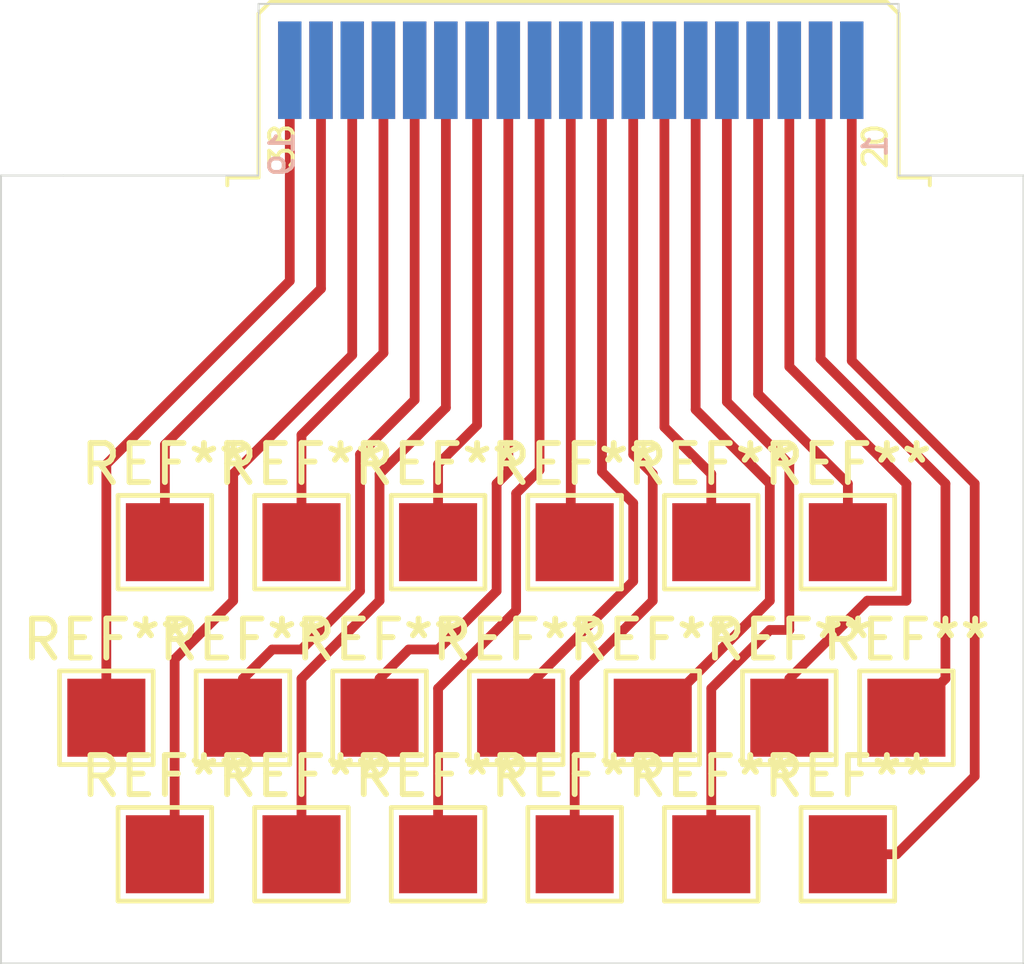
<source format=kicad_pcb>
(kicad_pcb (version 20171130) (host pcbnew "(5.1.9-0-10_14)")

  (general
    (thickness 1.6)
    (drawings 10)
    (tracks 86)
    (zones 0)
    (modules 20)
    (nets 1)
  )

  (page A4)
  (layers
    (0 F.Cu signal)
    (31 B.Cu signal hide)
    (32 B.Adhes user hide)
    (33 F.Adhes user hide)
    (34 B.Paste user hide)
    (35 F.Paste user hide)
    (36 B.SilkS user hide)
    (37 F.SilkS user hide)
    (38 B.Mask user hide)
    (39 F.Mask user hide)
    (40 Dwgs.User user hide)
    (41 Cmts.User user hide)
    (42 Eco1.User user hide)
    (43 Eco2.User user hide)
    (44 Edge.Cuts user)
    (45 Margin user hide)
    (46 B.CrtYd user hide)
    (47 F.CrtYd user hide)
    (48 B.Fab user hide)
    (49 F.Fab user hide)
  )

  (setup
    (last_trace_width 0.25)
    (trace_clearance 0.2)
    (zone_clearance 0.508)
    (zone_45_only no)
    (trace_min 0.2)
    (via_size 0.8)
    (via_drill 0.4)
    (via_min_size 0.4)
    (via_min_drill 0.3)
    (uvia_size 0.3)
    (uvia_drill 0.1)
    (uvias_allowed no)
    (uvia_min_size 0.2)
    (uvia_min_drill 0.1)
    (edge_width 0.05)
    (segment_width 0.2)
    (pcb_text_width 0.3)
    (pcb_text_size 1.5 1.5)
    (mod_edge_width 0.12)
    (mod_text_size 1 1)
    (mod_text_width 0.15)
    (pad_size 1.524 1.524)
    (pad_drill 0.762)
    (pad_to_mask_clearance 0)
    (aux_axis_origin 0 0)
    (visible_elements FFFFFF7F)
    (pcbplotparams
      (layerselection 0x010fc_ffffffff)
      (usegerberextensions false)
      (usegerberattributes true)
      (usegerberadvancedattributes true)
      (creategerberjobfile true)
      (excludeedgelayer true)
      (linewidth 0.100000)
      (plotframeref false)
      (viasonmask false)
      (mode 1)
      (useauxorigin false)
      (hpglpennumber 1)
      (hpglpenspeed 20)
      (hpglpendiameter 15.000000)
      (psnegative false)
      (psa4output false)
      (plotreference true)
      (plotvalue true)
      (plotinvisibletext false)
      (padsonsilk false)
      (subtractmaskfromsilk false)
      (outputformat 1)
      (mirror false)
      (drillshape 1)
      (scaleselection 1)
      (outputdirectory ""))
  )

  (net 0 "")

  (net_class Default "This is the default net class."
    (clearance 0.2)
    (trace_width 0.25)
    (via_dia 0.8)
    (via_drill 0.4)
    (uvia_dia 0.3)
    (uvia_drill 0.1)
  )

  (module TestPoint:TestPoint_Pad_2.0x2.0mm (layer F.Cu) (tedit 5A0F774F) (tstamp 60A89AEC)
    (at 129 84.5)
    (descr "SMD rectangular pad as test Point, square 2.0mm side length")
    (tags "test point SMD pad rectangle square")
    (attr virtual)
    (fp_text reference REF** (at 0 -1.998) (layer F.SilkS)
      (effects (font (size 1 1) (thickness 0.15)))
    )
    (fp_text value TestPoint_Pad_2.0x2.0mm (at 0 2.05) (layer F.Fab)
      (effects (font (size 1 1) (thickness 0.15)))
    )
    (fp_text user %R (at 0 -2) (layer F.Fab)
      (effects (font (size 1 1) (thickness 0.15)))
    )
    (fp_line (start -1.2 -1.2) (end 1.2 -1.2) (layer F.SilkS) (width 0.12))
    (fp_line (start 1.2 -1.2) (end 1.2 1.2) (layer F.SilkS) (width 0.12))
    (fp_line (start 1.2 1.2) (end -1.2 1.2) (layer F.SilkS) (width 0.12))
    (fp_line (start -1.2 1.2) (end -1.2 -1.2) (layer F.SilkS) (width 0.12))
    (fp_line (start -1.5 -1.5) (end 1.5 -1.5) (layer F.CrtYd) (width 0.05))
    (fp_line (start -1.5 -1.5) (end -1.5 1.5) (layer F.CrtYd) (width 0.05))
    (fp_line (start 1.5 1.5) (end 1.5 -1.5) (layer F.CrtYd) (width 0.05))
    (fp_line (start 1.5 1.5) (end -1.5 1.5) (layer F.CrtYd) (width 0.05))
    (pad 1 smd rect (at 0 0) (size 2 2) (layers F.Cu F.Mask))
  )

  (module TestPoint:TestPoint_Pad_2.0x2.0mm (layer F.Cu) (tedit 5A0F774F) (tstamp 60A89A8E)
    (at 124 88)
    (descr "SMD rectangular pad as test Point, square 2.0mm side length")
    (tags "test point SMD pad rectangle square")
    (attr virtual)
    (fp_text reference REF** (at 0 -1.998) (layer F.SilkS)
      (effects (font (size 1 1) (thickness 0.15)))
    )
    (fp_text value TestPoint_Pad_2.0x2.0mm (at 0 2.05) (layer F.Fab)
      (effects (font (size 1 1) (thickness 0.15)))
    )
    (fp_line (start 1.5 1.5) (end -1.5 1.5) (layer F.CrtYd) (width 0.05))
    (fp_line (start 1.5 1.5) (end 1.5 -1.5) (layer F.CrtYd) (width 0.05))
    (fp_line (start -1.5 -1.5) (end -1.5 1.5) (layer F.CrtYd) (width 0.05))
    (fp_line (start -1.5 -1.5) (end 1.5 -1.5) (layer F.CrtYd) (width 0.05))
    (fp_line (start -1.2 1.2) (end -1.2 -1.2) (layer F.SilkS) (width 0.12))
    (fp_line (start 1.2 1.2) (end -1.2 1.2) (layer F.SilkS) (width 0.12))
    (fp_line (start 1.2 -1.2) (end 1.2 1.2) (layer F.SilkS) (width 0.12))
    (fp_line (start -1.2 -1.2) (end 1.2 -1.2) (layer F.SilkS) (width 0.12))
    (fp_text user %R (at 0 -2) (layer F.Fab)
      (effects (font (size 1 1) (thickness 0.15)))
    )
    (pad 1 smd rect (at 0 0) (size 2 2) (layers F.Cu F.Mask))
  )

  (module TestPoint:TestPoint_Pad_2.0x2.0mm (layer F.Cu) (tedit 5A0F774F) (tstamp 60A89A67)
    (at 120.5 88)
    (descr "SMD rectangular pad as test Point, square 2.0mm side length")
    (tags "test point SMD pad rectangle square")
    (attr virtual)
    (fp_text reference REF** (at 0 -1.998) (layer F.SilkS)
      (effects (font (size 1 1) (thickness 0.15)))
    )
    (fp_text value TestPoint_Pad_2.0x2.0mm (at 0 2.05) (layer F.Fab)
      (effects (font (size 1 1) (thickness 0.15)))
    )
    (fp_text user %R (at 0 -2) (layer F.Fab)
      (effects (font (size 1 1) (thickness 0.15)))
    )
    (fp_line (start -1.2 -1.2) (end 1.2 -1.2) (layer F.SilkS) (width 0.12))
    (fp_line (start 1.2 -1.2) (end 1.2 1.2) (layer F.SilkS) (width 0.12))
    (fp_line (start 1.2 1.2) (end -1.2 1.2) (layer F.SilkS) (width 0.12))
    (fp_line (start -1.2 1.2) (end -1.2 -1.2) (layer F.SilkS) (width 0.12))
    (fp_line (start -1.5 -1.5) (end 1.5 -1.5) (layer F.CrtYd) (width 0.05))
    (fp_line (start -1.5 -1.5) (end -1.5 1.5) (layer F.CrtYd) (width 0.05))
    (fp_line (start 1.5 1.5) (end 1.5 -1.5) (layer F.CrtYd) (width 0.05))
    (fp_line (start 1.5 1.5) (end -1.5 1.5) (layer F.CrtYd) (width 0.05))
    (pad 1 smd rect (at 0 0) (size 2 2) (layers F.Cu F.Mask))
  )

  (module TestPoint:TestPoint_Pad_2.0x2.0mm (layer F.Cu) (tedit 5A0F774F) (tstamp 60A899C9)
    (at 127.5 88)
    (descr "SMD rectangular pad as test Point, square 2.0mm side length")
    (tags "test point SMD pad rectangle square")
    (attr virtual)
    (fp_text reference REF** (at 0 -1.998) (layer F.SilkS)
      (effects (font (size 1 1) (thickness 0.15)))
    )
    (fp_text value TestPoint_Pad_2.0x2.0mm (at 0 2.05) (layer F.Fab)
      (effects (font (size 1 1) (thickness 0.15)))
    )
    (fp_text user %R (at 0 -2) (layer F.Fab)
      (effects (font (size 1 1) (thickness 0.15)))
    )
    (fp_line (start -1.2 -1.2) (end 1.2 -1.2) (layer F.SilkS) (width 0.12))
    (fp_line (start 1.2 -1.2) (end 1.2 1.2) (layer F.SilkS) (width 0.12))
    (fp_line (start 1.2 1.2) (end -1.2 1.2) (layer F.SilkS) (width 0.12))
    (fp_line (start -1.2 1.2) (end -1.2 -1.2) (layer F.SilkS) (width 0.12))
    (fp_line (start -1.5 -1.5) (end 1.5 -1.5) (layer F.CrtYd) (width 0.05))
    (fp_line (start -1.5 -1.5) (end -1.5 1.5) (layer F.CrtYd) (width 0.05))
    (fp_line (start 1.5 1.5) (end 1.5 -1.5) (layer F.CrtYd) (width 0.05))
    (fp_line (start 1.5 1.5) (end -1.5 1.5) (layer F.CrtYd) (width 0.05))
    (pad 1 smd rect (at 0 0) (size 2 2) (layers F.Cu F.Mask))
  )

  (module TestPoint:TestPoint_Pad_2.0x2.0mm (layer F.Cu) (tedit 5A0F774F) (tstamp 60A89979)
    (at 122.5 84.5)
    (descr "SMD rectangular pad as test Point, square 2.0mm side length")
    (tags "test point SMD pad rectangle square")
    (attr virtual)
    (fp_text reference REF** (at 0 -1.998) (layer F.SilkS)
      (effects (font (size 1 1) (thickness 0.15)))
    )
    (fp_text value TestPoint_Pad_2.0x2.0mm (at 0 2.05) (layer F.Fab)
      (effects (font (size 1 1) (thickness 0.15)))
    )
    (fp_text user %R (at 0 -2) (layer F.Fab)
      (effects (font (size 1 1) (thickness 0.15)))
    )
    (fp_line (start -1.2 -1.2) (end 1.2 -1.2) (layer F.SilkS) (width 0.12))
    (fp_line (start 1.2 -1.2) (end 1.2 1.2) (layer F.SilkS) (width 0.12))
    (fp_line (start 1.2 1.2) (end -1.2 1.2) (layer F.SilkS) (width 0.12))
    (fp_line (start -1.2 1.2) (end -1.2 -1.2) (layer F.SilkS) (width 0.12))
    (fp_line (start -1.5 -1.5) (end 1.5 -1.5) (layer F.CrtYd) (width 0.05))
    (fp_line (start -1.5 -1.5) (end -1.5 1.5) (layer F.CrtYd) (width 0.05))
    (fp_line (start 1.5 1.5) (end 1.5 -1.5) (layer F.CrtYd) (width 0.05))
    (fp_line (start 1.5 1.5) (end -1.5 1.5) (layer F.CrtYd) (width 0.05))
    (pad 1 smd rect (at 0 0) (size 2 2) (layers F.Cu F.Mask))
  )

  (module TestPoint:TestPoint_Pad_2.0x2.0mm (layer F.Cu) (tedit 5A0F774F) (tstamp 60A8996C)
    (at 115.5 84.5)
    (descr "SMD rectangular pad as test Point, square 2.0mm side length")
    (tags "test point SMD pad rectangle square")
    (attr virtual)
    (fp_text reference REF** (at 0 -1.998) (layer F.SilkS)
      (effects (font (size 1 1) (thickness 0.15)))
    )
    (fp_text value TestPoint_Pad_2.0x2.0mm (at 0 2.05) (layer F.Fab)
      (effects (font (size 1 1) (thickness 0.15)))
    )
    (fp_line (start 1.5 1.5) (end -1.5 1.5) (layer F.CrtYd) (width 0.05))
    (fp_line (start 1.5 1.5) (end 1.5 -1.5) (layer F.CrtYd) (width 0.05))
    (fp_line (start -1.5 -1.5) (end -1.5 1.5) (layer F.CrtYd) (width 0.05))
    (fp_line (start -1.5 -1.5) (end 1.5 -1.5) (layer F.CrtYd) (width 0.05))
    (fp_line (start -1.2 1.2) (end -1.2 -1.2) (layer F.SilkS) (width 0.12))
    (fp_line (start 1.2 1.2) (end -1.2 1.2) (layer F.SilkS) (width 0.12))
    (fp_line (start 1.2 -1.2) (end 1.2 1.2) (layer F.SilkS) (width 0.12))
    (fp_line (start -1.2 -1.2) (end 1.2 -1.2) (layer F.SilkS) (width 0.12))
    (fp_text user %R (at 0 -2) (layer F.Fab)
      (effects (font (size 1 1) (thickness 0.15)))
    )
    (pad 1 smd rect (at 0 0) (size 2 2) (layers F.Cu F.Mask))
  )

  (module TestPoint:TestPoint_Pad_2.0x2.0mm (layer F.Cu) (tedit 5A0F774F) (tstamp 60A8995F)
    (at 108.5 84.5)
    (descr "SMD rectangular pad as test Point, square 2.0mm side length")
    (tags "test point SMD pad rectangle square")
    (attr virtual)
    (fp_text reference REF** (at 0 -1.998) (layer F.SilkS)
      (effects (font (size 1 1) (thickness 0.15)))
    )
    (fp_text value TestPoint_Pad_2.0x2.0mm (at 0 2.05) (layer F.Fab)
      (effects (font (size 1 1) (thickness 0.15)))
    )
    (fp_text user %R (at 0 -2) (layer F.Fab)
      (effects (font (size 1 1) (thickness 0.15)))
    )
    (fp_line (start -1.2 -1.2) (end 1.2 -1.2) (layer F.SilkS) (width 0.12))
    (fp_line (start 1.2 -1.2) (end 1.2 1.2) (layer F.SilkS) (width 0.12))
    (fp_line (start 1.2 1.2) (end -1.2 1.2) (layer F.SilkS) (width 0.12))
    (fp_line (start -1.2 1.2) (end -1.2 -1.2) (layer F.SilkS) (width 0.12))
    (fp_line (start -1.5 -1.5) (end 1.5 -1.5) (layer F.CrtYd) (width 0.05))
    (fp_line (start -1.5 -1.5) (end -1.5 1.5) (layer F.CrtYd) (width 0.05))
    (fp_line (start 1.5 1.5) (end 1.5 -1.5) (layer F.CrtYd) (width 0.05))
    (fp_line (start 1.5 1.5) (end -1.5 1.5) (layer F.CrtYd) (width 0.05))
    (pad 1 smd rect (at 0 0) (size 2 2) (layers F.Cu F.Mask))
  )

  (module TestPoint:TestPoint_Pad_2.0x2.0mm (layer F.Cu) (tedit 5A0F774F) (tstamp 60A8992A)
    (at 117 88)
    (descr "SMD rectangular pad as test Point, square 2.0mm side length")
    (tags "test point SMD pad rectangle square")
    (attr virtual)
    (fp_text reference REF** (at 0 -1.998) (layer F.SilkS)
      (effects (font (size 1 1) (thickness 0.15)))
    )
    (fp_text value TestPoint_Pad_2.0x2.0mm (at 0 2.05) (layer F.Fab)
      (effects (font (size 1 1) (thickness 0.15)))
    )
    (fp_text user %R (at 0 -2) (layer F.Fab)
      (effects (font (size 1 1) (thickness 0.15)))
    )
    (fp_line (start -1.2 -1.2) (end 1.2 -1.2) (layer F.SilkS) (width 0.12))
    (fp_line (start 1.2 -1.2) (end 1.2 1.2) (layer F.SilkS) (width 0.12))
    (fp_line (start 1.2 1.2) (end -1.2 1.2) (layer F.SilkS) (width 0.12))
    (fp_line (start -1.2 1.2) (end -1.2 -1.2) (layer F.SilkS) (width 0.12))
    (fp_line (start -1.5 -1.5) (end 1.5 -1.5) (layer F.CrtYd) (width 0.05))
    (fp_line (start -1.5 -1.5) (end -1.5 1.5) (layer F.CrtYd) (width 0.05))
    (fp_line (start 1.5 1.5) (end 1.5 -1.5) (layer F.CrtYd) (width 0.05))
    (fp_line (start 1.5 1.5) (end -1.5 1.5) (layer F.CrtYd) (width 0.05))
    (pad 1 smd rect (at 0 0) (size 2 2) (layers F.Cu F.Mask))
  )

  (module TestPoint:TestPoint_Pad_2.0x2.0mm (layer F.Cu) (tedit 5A0F774F) (tstamp 60A8991D)
    (at 113.5 88)
    (descr "SMD rectangular pad as test Point, square 2.0mm side length")
    (tags "test point SMD pad rectangle square")
    (attr virtual)
    (fp_text reference REF** (at 0 -1.998) (layer F.SilkS)
      (effects (font (size 1 1) (thickness 0.15)))
    )
    (fp_text value TestPoint_Pad_2.0x2.0mm (at 0 2.05) (layer F.Fab)
      (effects (font (size 1 1) (thickness 0.15)))
    )
    (fp_line (start 1.5 1.5) (end -1.5 1.5) (layer F.CrtYd) (width 0.05))
    (fp_line (start 1.5 1.5) (end 1.5 -1.5) (layer F.CrtYd) (width 0.05))
    (fp_line (start -1.5 -1.5) (end -1.5 1.5) (layer F.CrtYd) (width 0.05))
    (fp_line (start -1.5 -1.5) (end 1.5 -1.5) (layer F.CrtYd) (width 0.05))
    (fp_line (start -1.2 1.2) (end -1.2 -1.2) (layer F.SilkS) (width 0.12))
    (fp_line (start 1.2 1.2) (end -1.2 1.2) (layer F.SilkS) (width 0.12))
    (fp_line (start 1.2 -1.2) (end 1.2 1.2) (layer F.SilkS) (width 0.12))
    (fp_line (start -1.2 -1.2) (end 1.2 -1.2) (layer F.SilkS) (width 0.12))
    (fp_text user %R (at 0 -2) (layer F.Fab)
      (effects (font (size 1 1) (thickness 0.15)))
    )
    (pad 1 smd rect (at 0 0) (size 2 2) (layers F.Cu F.Mask))
  )

  (module TestPoint:TestPoint_Pad_2.0x2.0mm (layer F.Cu) (tedit 5A0F774F) (tstamp 60A89910)
    (at 110 88)
    (descr "SMD rectangular pad as test Point, square 2.0mm side length")
    (tags "test point SMD pad rectangle square")
    (attr virtual)
    (fp_text reference REF** (at 0 -1.998) (layer F.SilkS)
      (effects (font (size 1 1) (thickness 0.15)))
    )
    (fp_text value TestPoint_Pad_2.0x2.0mm (at 0 2.05) (layer F.Fab)
      (effects (font (size 1 1) (thickness 0.15)))
    )
    (fp_line (start 1.5 1.5) (end -1.5 1.5) (layer F.CrtYd) (width 0.05))
    (fp_line (start 1.5 1.5) (end 1.5 -1.5) (layer F.CrtYd) (width 0.05))
    (fp_line (start -1.5 -1.5) (end -1.5 1.5) (layer F.CrtYd) (width 0.05))
    (fp_line (start -1.5 -1.5) (end 1.5 -1.5) (layer F.CrtYd) (width 0.05))
    (fp_line (start -1.2 1.2) (end -1.2 -1.2) (layer F.SilkS) (width 0.12))
    (fp_line (start 1.2 1.2) (end -1.2 1.2) (layer F.SilkS) (width 0.12))
    (fp_line (start 1.2 -1.2) (end 1.2 1.2) (layer F.SilkS) (width 0.12))
    (fp_line (start -1.2 -1.2) (end 1.2 -1.2) (layer F.SilkS) (width 0.12))
    (fp_text user %R (at 0 -2) (layer F.Fab)
      (effects (font (size 1 1) (thickness 0.15)))
    )
    (pad 1 smd rect (at 0 0) (size 2 2) (layers F.Cu F.Mask))
  )

  (module TestPoint:TestPoint_Pad_2.0x2.0mm (layer F.Cu) (tedit 5A0F774F) (tstamp 60A898DC)
    (at 124 80)
    (descr "SMD rectangular pad as test Point, square 2.0mm side length")
    (tags "test point SMD pad rectangle square")
    (attr virtual)
    (fp_text reference REF** (at 0 -1.998) (layer F.SilkS)
      (effects (font (size 1 1) (thickness 0.15)))
    )
    (fp_text value TestPoint_Pad_2.0x2.0mm (at 0 2.05) (layer F.Fab)
      (effects (font (size 1 1) (thickness 0.15)))
    )
    (fp_text user %R (at 0 -2) (layer F.Fab)
      (effects (font (size 1 1) (thickness 0.15)))
    )
    (fp_line (start -1.2 -1.2) (end 1.2 -1.2) (layer F.SilkS) (width 0.12))
    (fp_line (start 1.2 -1.2) (end 1.2 1.2) (layer F.SilkS) (width 0.12))
    (fp_line (start 1.2 1.2) (end -1.2 1.2) (layer F.SilkS) (width 0.12))
    (fp_line (start -1.2 1.2) (end -1.2 -1.2) (layer F.SilkS) (width 0.12))
    (fp_line (start -1.5 -1.5) (end 1.5 -1.5) (layer F.CrtYd) (width 0.05))
    (fp_line (start -1.5 -1.5) (end -1.5 1.5) (layer F.CrtYd) (width 0.05))
    (fp_line (start 1.5 1.5) (end 1.5 -1.5) (layer F.CrtYd) (width 0.05))
    (fp_line (start 1.5 1.5) (end -1.5 1.5) (layer F.CrtYd) (width 0.05))
    (pad 1 smd rect (at 0 0) (size 2 2) (layers F.Cu F.Mask))
  )

  (module TestPoint:TestPoint_Pad_2.0x2.0mm (layer F.Cu) (tedit 5A0F774F) (tstamp 60A898CF)
    (at 127.5 80)
    (descr "SMD rectangular pad as test Point, square 2.0mm side length")
    (tags "test point SMD pad rectangle square")
    (attr virtual)
    (fp_text reference REF** (at 0 -1.998) (layer F.SilkS)
      (effects (font (size 1 1) (thickness 0.15)))
    )
    (fp_text value TestPoint_Pad_2.0x2.0mm (at 0 2.05) (layer F.Fab)
      (effects (font (size 1 1) (thickness 0.15)))
    )
    (fp_text user %R (at 0 -2) (layer F.Fab)
      (effects (font (size 1 1) (thickness 0.15)))
    )
    (fp_line (start -1.2 -1.2) (end 1.2 -1.2) (layer F.SilkS) (width 0.12))
    (fp_line (start 1.2 -1.2) (end 1.2 1.2) (layer F.SilkS) (width 0.12))
    (fp_line (start 1.2 1.2) (end -1.2 1.2) (layer F.SilkS) (width 0.12))
    (fp_line (start -1.2 1.2) (end -1.2 -1.2) (layer F.SilkS) (width 0.12))
    (fp_line (start -1.5 -1.5) (end 1.5 -1.5) (layer F.CrtYd) (width 0.05))
    (fp_line (start -1.5 -1.5) (end -1.5 1.5) (layer F.CrtYd) (width 0.05))
    (fp_line (start 1.5 1.5) (end 1.5 -1.5) (layer F.CrtYd) (width 0.05))
    (fp_line (start 1.5 1.5) (end -1.5 1.5) (layer F.CrtYd) (width 0.05))
    (pad 1 smd rect (at 0 0) (size 2 2) (layers F.Cu F.Mask))
  )

  (module TestPoint:TestPoint_Pad_2.0x2.0mm (layer F.Cu) (tedit 5A0F774F) (tstamp 60A898C2)
    (at 126 84.5)
    (descr "SMD rectangular pad as test Point, square 2.0mm side length")
    (tags "test point SMD pad rectangle square")
    (attr virtual)
    (fp_text reference REF** (at 0 -1.998) (layer F.SilkS)
      (effects (font (size 1 1) (thickness 0.15)))
    )
    (fp_text value TestPoint_Pad_2.0x2.0mm (at 0 2.05) (layer F.Fab)
      (effects (font (size 1 1) (thickness 0.15)))
    )
    (fp_line (start 1.5 1.5) (end -1.5 1.5) (layer F.CrtYd) (width 0.05))
    (fp_line (start 1.5 1.5) (end 1.5 -1.5) (layer F.CrtYd) (width 0.05))
    (fp_line (start -1.5 -1.5) (end -1.5 1.5) (layer F.CrtYd) (width 0.05))
    (fp_line (start -1.5 -1.5) (end 1.5 -1.5) (layer F.CrtYd) (width 0.05))
    (fp_line (start -1.2 1.2) (end -1.2 -1.2) (layer F.SilkS) (width 0.12))
    (fp_line (start 1.2 1.2) (end -1.2 1.2) (layer F.SilkS) (width 0.12))
    (fp_line (start 1.2 -1.2) (end 1.2 1.2) (layer F.SilkS) (width 0.12))
    (fp_line (start -1.2 -1.2) (end 1.2 -1.2) (layer F.SilkS) (width 0.12))
    (fp_text user %R (at 0 -2) (layer F.Fab)
      (effects (font (size 1 1) (thickness 0.15)))
    )
    (pad 1 smd rect (at 0 0) (size 2 2) (layers F.Cu F.Mask))
  )

  (module TestPoint:TestPoint_Pad_2.0x2.0mm (layer F.Cu) (tedit 5A0F774F) (tstamp 60A8988E)
    (at 120.5 80)
    (descr "SMD rectangular pad as test Point, square 2.0mm side length")
    (tags "test point SMD pad rectangle square")
    (attr virtual)
    (fp_text reference REF** (at 0 -1.998) (layer F.SilkS)
      (effects (font (size 1 1) (thickness 0.15)))
    )
    (fp_text value TestPoint_Pad_2.0x2.0mm (at 0 2.05) (layer F.Fab)
      (effects (font (size 1 1) (thickness 0.15)))
    )
    (fp_line (start 1.5 1.5) (end -1.5 1.5) (layer F.CrtYd) (width 0.05))
    (fp_line (start 1.5 1.5) (end 1.5 -1.5) (layer F.CrtYd) (width 0.05))
    (fp_line (start -1.5 -1.5) (end -1.5 1.5) (layer F.CrtYd) (width 0.05))
    (fp_line (start -1.5 -1.5) (end 1.5 -1.5) (layer F.CrtYd) (width 0.05))
    (fp_line (start -1.2 1.2) (end -1.2 -1.2) (layer F.SilkS) (width 0.12))
    (fp_line (start 1.2 1.2) (end -1.2 1.2) (layer F.SilkS) (width 0.12))
    (fp_line (start 1.2 -1.2) (end 1.2 1.2) (layer F.SilkS) (width 0.12))
    (fp_line (start -1.2 -1.2) (end 1.2 -1.2) (layer F.SilkS) (width 0.12))
    (fp_text user %R (at 0 -2) (layer F.Fab)
      (effects (font (size 1 1) (thickness 0.15)))
    )
    (pad 1 smd rect (at 0 0) (size 2 2) (layers F.Cu F.Mask))
  )

  (module TestPoint:TestPoint_Pad_2.0x2.0mm (layer F.Cu) (tedit 5A0F774F) (tstamp 60A89881)
    (at 117 80)
    (descr "SMD rectangular pad as test Point, square 2.0mm side length")
    (tags "test point SMD pad rectangle square")
    (attr virtual)
    (fp_text reference REF** (at 0 -1.998) (layer F.SilkS)
      (effects (font (size 1 1) (thickness 0.15)))
    )
    (fp_text value TestPoint_Pad_2.0x2.0mm (at 0 2.05) (layer F.Fab)
      (effects (font (size 1 1) (thickness 0.15)))
    )
    (fp_line (start 1.5 1.5) (end -1.5 1.5) (layer F.CrtYd) (width 0.05))
    (fp_line (start 1.5 1.5) (end 1.5 -1.5) (layer F.CrtYd) (width 0.05))
    (fp_line (start -1.5 -1.5) (end -1.5 1.5) (layer F.CrtYd) (width 0.05))
    (fp_line (start -1.5 -1.5) (end 1.5 -1.5) (layer F.CrtYd) (width 0.05))
    (fp_line (start -1.2 1.2) (end -1.2 -1.2) (layer F.SilkS) (width 0.12))
    (fp_line (start 1.2 1.2) (end -1.2 1.2) (layer F.SilkS) (width 0.12))
    (fp_line (start 1.2 -1.2) (end 1.2 1.2) (layer F.SilkS) (width 0.12))
    (fp_line (start -1.2 -1.2) (end 1.2 -1.2) (layer F.SilkS) (width 0.12))
    (fp_text user %R (at 0 -2) (layer F.Fab)
      (effects (font (size 1 1) (thickness 0.15)))
    )
    (pad 1 smd rect (at 0 0) (size 2 2) (layers F.Cu F.Mask))
  )

  (module TestPoint:TestPoint_Pad_2.0x2.0mm (layer F.Cu) (tedit 5A0F774F) (tstamp 60A89874)
    (at 119 84.5)
    (descr "SMD rectangular pad as test Point, square 2.0mm side length")
    (tags "test point SMD pad rectangle square")
    (attr virtual)
    (fp_text reference REF** (at 0 -1.998) (layer F.SilkS)
      (effects (font (size 1 1) (thickness 0.15)))
    )
    (fp_text value TestPoint_Pad_2.0x2.0mm (at 0 2.05) (layer F.Fab)
      (effects (font (size 1 1) (thickness 0.15)))
    )
    (fp_text user %R (at 0 -2) (layer F.Fab)
      (effects (font (size 1 1) (thickness 0.15)))
    )
    (fp_line (start -1.2 -1.2) (end 1.2 -1.2) (layer F.SilkS) (width 0.12))
    (fp_line (start 1.2 -1.2) (end 1.2 1.2) (layer F.SilkS) (width 0.12))
    (fp_line (start 1.2 1.2) (end -1.2 1.2) (layer F.SilkS) (width 0.12))
    (fp_line (start -1.2 1.2) (end -1.2 -1.2) (layer F.SilkS) (width 0.12))
    (fp_line (start -1.5 -1.5) (end 1.5 -1.5) (layer F.CrtYd) (width 0.05))
    (fp_line (start -1.5 -1.5) (end -1.5 1.5) (layer F.CrtYd) (width 0.05))
    (fp_line (start 1.5 1.5) (end 1.5 -1.5) (layer F.CrtYd) (width 0.05))
    (fp_line (start 1.5 1.5) (end -1.5 1.5) (layer F.CrtYd) (width 0.05))
    (pad 1 smd rect (at 0 0) (size 2 2) (layers F.Cu F.Mask))
  )

  (module TestPoint:TestPoint_Pad_2.0x2.0mm (layer F.Cu) (tedit 5A0F774F) (tstamp 60A8976A)
    (at 113.5 80)
    (descr "SMD rectangular pad as test Point, square 2.0mm side length")
    (tags "test point SMD pad rectangle square")
    (attr virtual)
    (fp_text reference REF** (at 0 -1.998) (layer F.SilkS)
      (effects (font (size 1 1) (thickness 0.15)))
    )
    (fp_text value TestPoint_Pad_2.0x2.0mm (at 0 2.05) (layer F.Fab)
      (effects (font (size 1 1) (thickness 0.15)))
    )
    (fp_text user %R (at 0 -2) (layer F.Fab)
      (effects (font (size 1 1) (thickness 0.15)))
    )
    (fp_line (start -1.2 -1.2) (end 1.2 -1.2) (layer F.SilkS) (width 0.12))
    (fp_line (start 1.2 -1.2) (end 1.2 1.2) (layer F.SilkS) (width 0.12))
    (fp_line (start 1.2 1.2) (end -1.2 1.2) (layer F.SilkS) (width 0.12))
    (fp_line (start -1.2 1.2) (end -1.2 -1.2) (layer F.SilkS) (width 0.12))
    (fp_line (start -1.5 -1.5) (end 1.5 -1.5) (layer F.CrtYd) (width 0.05))
    (fp_line (start -1.5 -1.5) (end -1.5 1.5) (layer F.CrtYd) (width 0.05))
    (fp_line (start 1.5 1.5) (end 1.5 -1.5) (layer F.CrtYd) (width 0.05))
    (fp_line (start 1.5 1.5) (end -1.5 1.5) (layer F.CrtYd) (width 0.05))
    (pad 1 smd rect (at 0 0) (size 2 2) (layers F.Cu F.Mask))
  )

  (module TestPoint:TestPoint_Pad_2.0x2.0mm (layer F.Cu) (tedit 5A0F774F) (tstamp 60A89750)
    (at 112 84.5)
    (descr "SMD rectangular pad as test Point, square 2.0mm side length")
    (tags "test point SMD pad rectangle square")
    (attr virtual)
    (fp_text reference REF** (at 0 -1.998) (layer F.SilkS)
      (effects (font (size 1 1) (thickness 0.15)))
    )
    (fp_text value TestPoint_Pad_2.0x2.0mm (at 0 2.05) (layer F.Fab)
      (effects (font (size 1 1) (thickness 0.15)))
    )
    (fp_line (start 1.5 1.5) (end -1.5 1.5) (layer F.CrtYd) (width 0.05))
    (fp_line (start 1.5 1.5) (end 1.5 -1.5) (layer F.CrtYd) (width 0.05))
    (fp_line (start -1.5 -1.5) (end -1.5 1.5) (layer F.CrtYd) (width 0.05))
    (fp_line (start -1.5 -1.5) (end 1.5 -1.5) (layer F.CrtYd) (width 0.05))
    (fp_line (start -1.2 1.2) (end -1.2 -1.2) (layer F.SilkS) (width 0.12))
    (fp_line (start 1.2 1.2) (end -1.2 1.2) (layer F.SilkS) (width 0.12))
    (fp_line (start 1.2 -1.2) (end 1.2 1.2) (layer F.SilkS) (width 0.12))
    (fp_line (start -1.2 -1.2) (end 1.2 -1.2) (layer F.SilkS) (width 0.12))
    (fp_text user %R (at 0 -2) (layer F.Fab)
      (effects (font (size 1 1) (thickness 0.15)))
    )
    (pad 1 smd rect (at 0 0) (size 2 2) (layers F.Cu F.Mask))
  )

  (module TestPoint:TestPoint_Pad_2.0x2.0mm (layer F.Cu) (tedit 5A0F774F) (tstamp 60A896E6)
    (at 110 80)
    (descr "SMD rectangular pad as test Point, square 2.0mm side length")
    (tags "test point SMD pad rectangle square")
    (attr virtual)
    (fp_text reference REF** (at 0 -1.998) (layer F.SilkS)
      (effects (font (size 1 1) (thickness 0.15)))
    )
    (fp_text value TestPoint_Pad_2.0x2.0mm (at 0 2.05) (layer F.Fab)
      (effects (font (size 1 1) (thickness 0.15)))
    )
    (fp_text user %R (at 0 -2) (layer F.Fab)
      (effects (font (size 1 1) (thickness 0.15)))
    )
    (fp_line (start -1.2 -1.2) (end 1.2 -1.2) (layer F.SilkS) (width 0.12))
    (fp_line (start 1.2 -1.2) (end 1.2 1.2) (layer F.SilkS) (width 0.12))
    (fp_line (start 1.2 1.2) (end -1.2 1.2) (layer F.SilkS) (width 0.12))
    (fp_line (start -1.2 1.2) (end -1.2 -1.2) (layer F.SilkS) (width 0.12))
    (fp_line (start -1.5 -1.5) (end 1.5 -1.5) (layer F.CrtYd) (width 0.05))
    (fp_line (start -1.5 -1.5) (end -1.5 1.5) (layer F.CrtYd) (width 0.05))
    (fp_line (start 1.5 1.5) (end 1.5 -1.5) (layer F.CrtYd) (width 0.05))
    (fp_line (start 1.5 1.5) (end -1.5 1.5) (layer F.CrtYd) (width 0.05))
    (pad 1 smd rect (at 0 0) (size 2 2) (layers F.Cu F.Mask))
  )

  (module CarlosEDP_Lib:QSFP_PCB (layer F.Cu) (tedit 608C4B8C) (tstamp 60A89468)
    (at 112.8 69.45)
    (attr smd)
    (fp_text reference REF** (at -1.7 -4.7) (layer F.SilkS)
      (effects (font (size 1 1) (thickness 0.15)))
    )
    (fp_text value QSFP_PCB (at 7.8 2) (layer F.Fab)
      (effects (font (size 1 1) (thickness 0.15)))
    )
    (fp_text user 1 (at 15.4 0.4 -90) (layer B.SilkS)
      (effects (font (size 0.6 0.6) (thickness 0.1)) (justify mirror))
    )
    (fp_text user 19 (at 0.2 0.6 -90) (layer B.SilkS)
      (effects (font (size 0.6 0.6) (thickness 0.1)) (justify mirror))
    )
    (fp_text user 20 (at 15.4 0.4 90) (layer F.SilkS)
      (effects (font (size 0.6 0.6) (thickness 0.1)))
    )
    (fp_text user 38 (at 0.2 0.4 90) (layer F.SilkS)
      (effects (font (size 0.6 0.6) (thickness 0.1)))
    )
    (fp_line (start -0.1 -3.3) (end 15.7 -3.3) (layer F.SilkS) (width 0.1))
    (fp_line (start -0.4 -3) (end -0.4 1.2) (layer F.SilkS) (width 0.1))
    (fp_line (start -0.4 1.2) (end -1.2 1.2) (layer F.SilkS) (width 0.1))
    (fp_line (start 16 -3) (end 16 1.2) (layer F.SilkS) (width 0.1))
    (fp_line (start 16.8 1.2) (end 16 1.2) (layer F.SilkS) (width 0.1))
    (fp_line (start -0.4 -3) (end -0.1 -3.3) (layer F.SilkS) (width 0.1))
    (fp_line (start 15.7 -3.3) (end 16 -3) (layer F.SilkS) (width 0.1))
    (fp_line (start -1.2 1.2) (end -1.2 1.4) (layer F.SilkS) (width 0.1))
    (fp_line (start 16.8 1.2) (end 16.8 1.4) (layer F.SilkS) (width 0.1))
    (pad 1 smd rect (at 14.8 -1.5) (size 0.6 2.5) (drill (offset 0 -0.05)) (layers B.Cu B.Paste B.Mask))
    (pad 3 smd rect (at 13.2 -1.5) (size 0.6 2.5) (drill (offset 0 -0.05)) (layers B.Cu B.Paste B.Mask))
    (pad 4 smd rect (at 12.4 -1.5) (size 0.6 2.5) (drill (offset 0 -0.05)) (layers B.Cu B.Paste B.Mask))
    (pad 10 smd rect (at 7.6 -1.5) (size 0.6 2.5) (drill (offset 0 -0.05)) (layers B.Cu B.Paste B.Mask))
    (pad 9 smd rect (at 8.4 -1.5) (size 0.6 2.5) (drill (offset 0 -0.05)) (layers B.Cu B.Paste B.Mask))
    (pad 11 smd rect (at 6.8 -1.5) (size 0.6 2.5) (drill (offset 0 -0.05)) (layers B.Cu B.Paste B.Mask))
    (pad 12 smd rect (at 6 -1.5) (size 0.6 2.5) (drill (offset 0 -0.05)) (layers B.Cu B.Paste B.Mask))
    (pad 6 smd rect (at 10.8 -1.5) (size 0.6 2.5) (drill (offset 0 -0.05)) (layers B.Cu B.Paste B.Mask))
    (pad 5 smd rect (at 11.6 -1.5) (size 0.6 2.5) (drill (offset 0 -0.05)) (layers B.Cu B.Paste B.Mask))
    (pad 7 smd rect (at 10 -1.5) (size 0.6 2.5) (drill (offset 0 -0.05)) (layers B.Cu B.Paste B.Mask))
    (pad 8 smd rect (at 9.2 -1.5) (size 0.6 2.5) (drill (offset 0 -0.05)) (layers B.Cu B.Paste B.Mask))
    (pad 14 smd rect (at 4.4 -1.5) (size 0.6 2.5) (drill (offset 0 -0.05)) (layers B.Cu B.Paste B.Mask))
    (pad 13 smd rect (at 5.2 -1.5) (size 0.6 2.5) (drill (offset 0 -0.05)) (layers B.Cu B.Paste B.Mask))
    (pad 15 smd rect (at 3.6 -1.5) (size 0.6 2.5) (drill (offset 0 -0.05)) (layers B.Cu B.Paste B.Mask))
    (pad 16 smd rect (at 2.8 -1.5) (size 0.6 2.5) (drill (offset 0 -0.05)) (layers B.Cu B.Paste B.Mask))
    (pad 18 smd rect (at 1.2 -1.5) (size 0.6 2.5) (drill (offset 0 -0.05)) (layers B.Cu B.Paste B.Mask))
    (pad 17 smd rect (at 2 -1.5) (size 0.6 2.5) (drill (offset 0 -0.05)) (layers B.Cu B.Paste B.Mask))
    (pad 19 smd rect (at 0.4 -1.5) (size 0.6 2.5) (drill (offset 0 -0.05)) (layers B.Cu B.Paste B.Mask))
    (pad 2 smd rect (at 14 -1.5) (size 0.6 2.5) (drill (offset 0 -0.05)) (layers B.Cu B.Paste B.Mask))
    (pad 38 smd rect (at 0.4 -1.6) (size 0.6 2.5) (drill (offset 0 0.05)) (layers F.Cu F.Paste F.Mask))
    (pad 21 smd rect (at 14 -1.6) (size 0.6 2.5) (drill (offset 0 0.05)) (layers F.Cu F.Paste F.Mask))
    (pad 20 smd rect (at 14.8 -1.6) (size 0.6 2.5) (drill (offset 0 0.05)) (layers F.Cu F.Paste F.Mask))
    (pad 22 smd rect (at 13.2 -1.6) (size 0.6 2.5) (drill (offset 0 0.05)) (layers F.Cu F.Paste F.Mask))
    (pad 23 smd rect (at 12.4 -1.6) (size 0.6 2.5) (drill (offset 0 0.05)) (layers F.Cu F.Paste F.Mask))
    (pad 29 smd rect (at 7.6 -1.6) (size 0.6 2.5) (drill (offset 0 0.05)) (layers F.Cu F.Paste F.Mask))
    (pad 28 smd rect (at 8.4 -1.6) (size 0.6 2.5) (drill (offset 0 0.05)) (layers F.Cu F.Paste F.Mask))
    (pad 30 smd rect (at 6.8 -1.6) (size 0.6 2.5) (drill (offset 0 0.05)) (layers F.Cu F.Paste F.Mask))
    (pad 31 smd rect (at 6 -1.6) (size 0.6 2.5) (drill (offset 0 0.05)) (layers F.Cu F.Paste F.Mask))
    (pad 25 smd rect (at 10.8 -1.6) (size 0.6 2.5) (drill (offset 0 0.05)) (layers F.Cu F.Paste F.Mask))
    (pad 24 smd rect (at 11.6 -1.6) (size 0.6 2.5) (drill (offset 0 0.05)) (layers F.Cu F.Paste F.Mask))
    (pad 26 smd rect (at 10 -1.6) (size 0.6 2.5) (drill (offset 0 0.05)) (layers F.Cu F.Paste F.Mask))
    (pad 27 smd rect (at 9.2 -1.6) (size 0.6 2.5) (drill (offset 0 0.05)) (layers F.Cu F.Paste F.Mask))
    (pad 33 smd rect (at 4.4 -1.6) (size 0.6 2.5) (drill (offset 0 0.05)) (layers F.Cu F.Paste F.Mask))
    (pad 32 smd rect (at 5.2 -1.6) (size 0.6 2.5) (drill (offset 0 0.05)) (layers F.Cu F.Paste F.Mask))
    (pad 34 smd rect (at 3.6 -1.6) (size 0.6 2.5) (drill (offset 0 0.05)) (layers F.Cu F.Paste F.Mask))
    (pad 35 smd rect (at 2.8 -1.6) (size 0.6 2.5) (drill (offset 0 0.05)) (layers F.Cu F.Paste F.Mask))
    (pad 37 smd rect (at 1.2 -1.6) (size 0.6 2.5) (drill (offset 0 0.05)) (layers F.Cu F.Paste F.Mask))
    (pad 36 smd rect (at 2 -1.6) (size 0.6 2.5) (drill (offset 0 0.05)) (layers F.Cu F.Paste F.Mask))
  )

  (gr_line (start 128.8 70.6) (end 128.8 66.2) (layer Edge.Cuts) (width 0.05) (tstamp 60A89E0D))
  (gr_line (start 132 70.6) (end 128.8 70.6) (layer Edge.Cuts) (width 0.05))
  (gr_line (start 132 90.8) (end 132 70.6) (layer Edge.Cuts) (width 0.05))
  (gr_line (start 105.8 90.8) (end 132 90.8) (layer Edge.Cuts) (width 0.05))
  (gr_line (start 105.8 70.6) (end 105.8 90.8) (layer Edge.Cuts) (width 0.05))
  (gr_line (start 107.4 70.6) (end 105.8 70.6) (layer Edge.Cuts) (width 0.05))
  (gr_line (start 112.4 70.6) (end 107.4 70.6) (layer Edge.Cuts) (width 0.05))
  (gr_line (start 112.4 66.2) (end 112.4 70.6) (layer Edge.Cuts) (width 0.05))
  (gr_line (start 128.8 66.2) (end 112.4 66.2) (layer Edge.Cuts) (width 0.05))
  (gr_line (start 128.75 66.25) (end 112.5 66.25) (layer Dwgs.User) (width 0.12))

  (segment (start 113.2 67.85) (end 113.2 73.3) (width 0.25) (layer F.Cu) (net 0))
  (segment (start 108.5 78) (end 108.5 84.5) (width 0.25) (layer F.Cu) (net 0))
  (segment (start 113.2 73.3) (end 108.5 78) (width 0.25) (layer F.Cu) (net 0))
  (segment (start 114 67.85) (end 114 73.5) (width 0.25) (layer F.Cu) (net 0))
  (segment (start 110 77.5) (end 110 80) (width 0.25) (layer F.Cu) (net 0))
  (segment (start 114 73.5) (end 110 77.5) (width 0.25) (layer F.Cu) (net 0))
  (segment (start 114.8 67.85) (end 114.8 75.2) (width 0.25) (layer F.Cu) (net 0))
  (segment (start 114.8 75.2) (end 111.75 78.25) (width 0.25) (layer F.Cu) (net 0))
  (segment (start 111.75 78.25) (end 111.75 81.5) (width 0.25) (layer F.Cu) (net 0))
  (segment (start 111.75 81.5) (end 110.25 83) (width 0.25) (layer F.Cu) (net 0))
  (segment (start 110.25 87.75) (end 110 88) (width 0.25) (layer F.Cu) (net 0))
  (segment (start 110.25 83) (end 110.25 87.75) (width 0.25) (layer F.Cu) (net 0))
  (segment (start 115.6 67.85) (end 115.6 75.15) (width 0.25) (layer F.Cu) (net 0))
  (segment (start 113.5 77.25) (end 113.5 80) (width 0.25) (layer F.Cu) (net 0))
  (segment (start 115.6 75.15) (end 113.5 77.25) (width 0.25) (layer F.Cu) (net 0))
  (segment (start 116.4 67.85) (end 116.4 76.35) (width 0.25) (layer F.Cu) (net 0))
  (segment (start 116.4 76.35) (end 115 77.75) (width 0.25) (layer F.Cu) (net 0))
  (segment (start 115 77.75) (end 115 81.25) (width 0.25) (layer F.Cu) (net 0))
  (segment (start 115 81.25) (end 113.5 82.75) (width 0.25) (layer F.Cu) (net 0))
  (segment (start 113.5 82.75) (end 112.75 82.75) (width 0.25) (layer F.Cu) (net 0))
  (segment (start 112 83.5) (end 112 84.5) (width 0.25) (layer F.Cu) (net 0))
  (segment (start 112.75 82.75) (end 112 83.5) (width 0.25) (layer F.Cu) (net 0))
  (segment (start 117.2 67.85) (end 117.2 76.55) (width 0.25) (layer F.Cu) (net 0))
  (segment (start 117.2 76.55) (end 115.5 78.25) (width 0.25) (layer F.Cu) (net 0))
  (segment (start 115.5 78.25) (end 115.5 81.5) (width 0.25) (layer F.Cu) (net 0))
  (segment (start 113.5 83.5) (end 113.5 88) (width 0.25) (layer F.Cu) (net 0))
  (segment (start 115.5 81.5) (end 113.5 83.5) (width 0.25) (layer F.Cu) (net 0))
  (segment (start 118 67.85) (end 118 77) (width 0.25) (layer F.Cu) (net 0))
  (segment (start 117 78) (end 117 80) (width 0.25) (layer F.Cu) (net 0))
  (segment (start 118 77) (end 117 78) (width 0.25) (layer F.Cu) (net 0))
  (segment (start 118.8 67.85) (end 118.8 78.2) (width 0.25) (layer F.Cu) (net 0))
  (segment (start 118.8 78.2) (end 118.5 78.5) (width 0.25) (layer F.Cu) (net 0))
  (segment (start 118.5 78.5) (end 118.5 81.25) (width 0.25) (layer F.Cu) (net 0))
  (segment (start 118.5 81.25) (end 117 82.75) (width 0.25) (layer F.Cu) (net 0))
  (segment (start 117 82.75) (end 116.25 82.75) (width 0.25) (layer F.Cu) (net 0))
  (segment (start 115.5 83.5) (end 115.5 84.5) (width 0.25) (layer F.Cu) (net 0))
  (segment (start 116.25 82.75) (end 115.5 83.5) (width 0.25) (layer F.Cu) (net 0))
  (segment (start 119.6 67.85) (end 119.6 78.15) (width 0.25) (layer F.Cu) (net 0))
  (segment (start 119.6 78.15) (end 119 78.75) (width 0.25) (layer F.Cu) (net 0))
  (segment (start 119 78.75) (end 119 81.75) (width 0.25) (layer F.Cu) (net 0))
  (segment (start 117 83.75) (end 117 88) (width 0.25) (layer F.Cu) (net 0))
  (segment (start 119 81.75) (end 117 83.75) (width 0.25) (layer F.Cu) (net 0))
  (segment (start 120.4 79.9) (end 120.5 80) (width 0.25) (layer F.Cu) (net 0))
  (segment (start 120.4 67.85) (end 120.4 79.9) (width 0.25) (layer F.Cu) (net 0))
  (segment (start 121.2 67.85) (end 121.2 78.2) (width 0.25) (layer F.Cu) (net 0))
  (segment (start 121.2 78.2) (end 122 79) (width 0.25) (layer F.Cu) (net 0))
  (segment (start 122 79) (end 122 81) (width 0.25) (layer F.Cu) (net 0))
  (segment (start 119 84) (end 119 84.5) (width 0.25) (layer F.Cu) (net 0))
  (segment (start 122 81) (end 119 84) (width 0.25) (layer F.Cu) (net 0))
  (segment (start 122 67.85) (end 122 77.75) (width 0.25) (layer F.Cu) (net 0))
  (segment (start 122 77.75) (end 122.5 78.25) (width 0.25) (layer F.Cu) (net 0))
  (segment (start 122.5 78.25) (end 122.5 81.5) (width 0.25) (layer F.Cu) (net 0))
  (segment (start 120.5 83.5) (end 120.5 88) (width 0.25) (layer F.Cu) (net 0))
  (segment (start 122.5 81.5) (end 120.5 83.5) (width 0.25) (layer F.Cu) (net 0))
  (segment (start 122.8 67.85) (end 122.8 77.05) (width 0.25) (layer F.Cu) (net 0))
  (segment (start 124 78.25) (end 124 80) (width 0.25) (layer F.Cu) (net 0))
  (segment (start 122.8 77.05) (end 124 78.25) (width 0.25) (layer F.Cu) (net 0))
  (segment (start 123.6 67.85) (end 123.6 76.6) (width 0.25) (layer F.Cu) (net 0))
  (segment (start 123.6 76.6) (end 125.5 78.5) (width 0.25) (layer F.Cu) (net 0))
  (segment (start 125.5 78.5) (end 125.5 81.5) (width 0.25) (layer F.Cu) (net 0))
  (segment (start 125.5 81.5) (end 124.5 82.5) (width 0.25) (layer F.Cu) (net 0))
  (segment (start 124.5 82.5) (end 122.5 84.5) (width 0.25) (layer F.Cu) (net 0))
  (segment (start 124.4 67.85) (end 124.4 76.4) (width 0.25) (layer F.Cu) (net 0))
  (segment (start 124.4 76.4) (end 126 78) (width 0.25) (layer F.Cu) (net 0))
  (segment (start 126 78) (end 126 82.25) (width 0.25) (layer F.Cu) (net 0))
  (segment (start 126 82.25) (end 125.5 82.25) (width 0.25) (layer F.Cu) (net 0))
  (segment (start 124 83.75) (end 124 88) (width 0.25) (layer F.Cu) (net 0))
  (segment (start 125.5 82.25) (end 124 83.75) (width 0.25) (layer F.Cu) (net 0))
  (segment (start 125.2 67.85) (end 125.2 76.2) (width 0.25) (layer F.Cu) (net 0))
  (segment (start 127.5 78.5) (end 127.5 80) (width 0.25) (layer F.Cu) (net 0))
  (segment (start 125.2 76.2) (end 127.5 78.5) (width 0.25) (layer F.Cu) (net 0))
  (segment (start 126 67.85) (end 126 75.5) (width 0.25) (layer F.Cu) (net 0))
  (segment (start 126 75.5) (end 129 78.5) (width 0.25) (layer F.Cu) (net 0))
  (segment (start 129 78.5) (end 129 81.5) (width 0.25) (layer F.Cu) (net 0))
  (segment (start 129 81.5) (end 128 81.5) (width 0.25) (layer F.Cu) (net 0))
  (segment (start 126 83.5) (end 126 84.5) (width 0.25) (layer F.Cu) (net 0))
  (segment (start 128 81.5) (end 126 83.5) (width 0.25) (layer F.Cu) (net 0))
  (segment (start 126.8 67.85) (end 126.8 75.3) (width 0.25) (layer F.Cu) (net 0))
  (segment (start 126.8 75.3) (end 130 78.5) (width 0.25) (layer F.Cu) (net 0))
  (segment (start 130 83.5) (end 129 84.5) (width 0.25) (layer F.Cu) (net 0))
  (segment (start 130 78.5) (end 130 83.5) (width 0.25) (layer F.Cu) (net 0))
  (segment (start 127.6 67.85) (end 127.6 75.35) (width 0.25) (layer F.Cu) (net 0))
  (segment (start 127.6 75.35) (end 130.75 78.5) (width 0.25) (layer F.Cu) (net 0))
  (segment (start 130.75 78.5) (end 130.75 86) (width 0.25) (layer F.Cu) (net 0))
  (segment (start 128.75 88) (end 127.5 88) (width 0.25) (layer F.Cu) (net 0))
  (segment (start 130.75 86) (end 128.75 88) (width 0.25) (layer F.Cu) (net 0))

)

</source>
